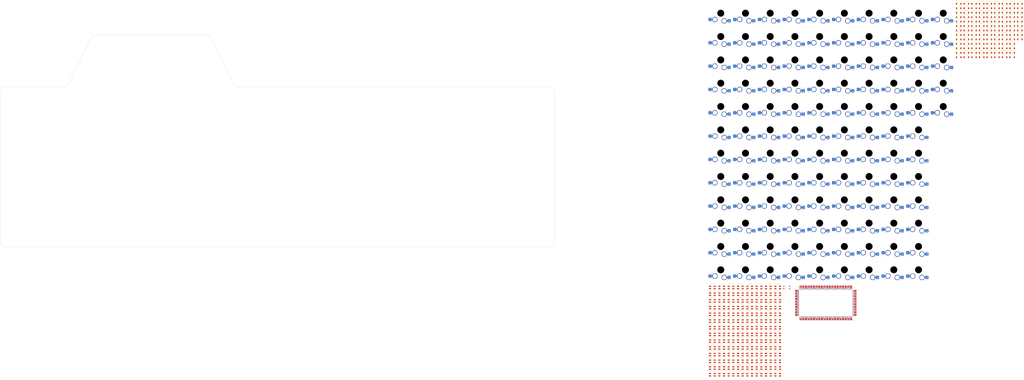
<source format=kicad_pcb>
(kicad_pcb (version 20240108) (generator "pcbnew") (generator_version "8.0")
  (layers (0 "F.Cu" signal) (31 "B.Cu" signal) (34 "B.Paste" user) (35 "F.Paste" user) (36 "B.SilkS" user "B.Silkscreen") (37 "F.SilkS" user "F.Silkscreen") (38 "B.Mask" user) (39 "F.Mask" user) (44 "Edge.Cuts" user))
  (net 0 "")
  (net 1 "Net-(D117-A)")
  (net 2 "Net-(D117-K)")
  (net 3 "Net-(D118-A)")
  (net 4 "Net-(D119-A)")
  (net 5 "Net-(D120-A)")
  (net 6 "Net-(D121-A)")
  (net 7 "Net-(D122-A)")
  (net 8 "Net-(D123-A)")
  (net 9 "Net-(D124-A)")
  (net 10 "Net-(D125-A)")
  (net 11 "Net-(D126-A)")
  (net 12 "Net-(D127-A)")
  (net 13 "Net-(D128-A)")
  (net 14 "Net-(D129-A)")
  (net 15 "Net-(D130-A)")
  (net 16 "Net-(D131-A)")
  (net 17 "Net-(D132-A)")
  (net 18 "Net-(D133-A)")
  (net 19 "Net-(D134-A)")
  (net 20 "Net-(D135-A)")
  (net 21 "Net-(D136-A)")
  (net 22 "Net-(D137-A)")
  (net 23 "Net-(D137-K)")
  (net 24 "Net-(D138-A)")
  (net 25 "Net-(D139-A)")
  (net 26 "Net-(D140-A)")
  (net 27 "Net-(D141-A)")
  (net 28 "Net-(D142-A)")
  (net 29 "Net-(D143-A)")
  (net 30 "Net-(D144-A)")
  (net 31 "Net-(D145-A)")
  (net 32 "Net-(D146-A)")
  (net 33 "Net-(D147-A)")
  (net 34 "Net-(D148-A)")
  (net 35 "Net-(D149-A)")
  (net 36 "Net-(D150-A)")
  (net 37 "Net-(D151-A)")
  (net 38 "Net-(D152-A)")
  (net 39 "Net-(D153-A)")
  (net 40 "Net-(D154-A)")
  (net 41 "Net-(D155-A)")
  (net 42 "Net-(D156-A)")
  (net 43 "Net-(D157-A)")
  (net 44 "Net-(D158-K)")
  (net 45 "Net-(D158-A)")
  (net 46 "Net-(D159-A)")
  (net 47 "Net-(D160-A)")
  (net 48 "Net-(D161-A)")
  (net 49 "Net-(D162-A)")
  (net 50 "Net-(D163-A)")
  (net 51 "Net-(D164-A)")
  (net 52 "Net-(D165-A)")
  (net 53 "Net-(D166-A)")
  (net 54 "Net-(D167-A)")
  (net 55 "Net-(D168-A)")
  (net 56 "Net-(D169-A)")
  (net 57 "Net-(D170-A)")
  (net 58 "Net-(D171-A)")
  (net 59 "Net-(D172-A)")
  (net 60 "Net-(D173-A)")
  (net 61 "Net-(D174-A)")
  (net 62 "Net-(D175-A)")
  (net 63 "Net-(D176-A)")
  (net 64 "Net-(D177-A)")
  (net 65 "Net-(D178-A)")
  (net 66 "Net-(D179-A)")
  (net 67 "Net-(D179-K)")
  (net 68 "Net-(D180-A)")
  (net 69 "Net-(D181-A)")
  (net 70 "Net-(D182-A)")
  (net 71 "Net-(D183-A)")
  (net 72 "Net-(D184-A)")
  (net 73 "Net-(D185-A)")
  (net 74 "Net-(D186-A)")
  (net 75 "Net-(D187-A)")
  (net 76 "Net-(D188-A)")
  (net 77 "Net-(D189-A)")
  (net 78 "Net-(D190-A)")
  (net 79 "Net-(D191-A)")
  (net 80 "Net-(D192-A)")
  (net 81 "Net-(D193-A)")
  (net 82 "Net-(D194-A)")
  (net 83 "Net-(D195-K)")
  (net 84 "Net-(D195-A)")
  (net 85 "Net-(D196-A)")
  (net 86 "Net-(D197-A)")
  (net 87 "Net-(D198-A)")
  (net 88 "Net-(D199-A)")
  (net 89 "Net-(D200-A)")
  (net 90 "Net-(D201-A)")
  (net 91 "Net-(D202-A)")
  (net 92 "Net-(D203-A)")
  (net 93 "Net-(D204-A)")
  (net 94 "Net-(D205-A)")
  (net 95 "Net-(D206-A)")
  (net 96 "Net-(D207-A)")
  (net 97 "Net-(D208-A)")
  (net 98 "Net-(D209-A)")
  (net 99 "Net-(D210-A)")
  (net 100 "Net-(D211-A)")
  (net 101 "Net-(D212-K)")
  (net 102 "Net-(D212-A)")
  (net 103 "Net-(D213-A)")
  (net 104 "Net-(D214-A)")
  (net 105 "Net-(D215-A)")
  (net 106 "Net-(D216-A)")
  (net 107 "Net-(D217-A)")
  (net 108 "Net-(D218-A)")
  (net 109 "Net-(D219-A)")
  (net 110 "Net-(D220-A)")
  (net 111 "Net-(D221-A)")
  (net 112 "Net-(D222-A)")
  (net 113 "Net-(D223-A)")
  (net 114 "Net-(D224-A)")
  (net 115 "Net-(D225-A)")
  (net 116 "Net-(D226-A)")
  (net 117 "Net-(D227-A)")
  (net 118 "Net-(D228-A)")
  (net 119 "Net-(D229-A)")
  (net 120 "Net-(GT1-COL)")
  (net 121 "Net-(GT2-COL)")
  (net 122 "Net-(GT23-COL)")
  (net 123 "Net-(GT24-COL)")
  (net 124 "Net-(GT25-COL)")
  (net 125 "Net-(GT26-COL)")
  (net 126 "Net-(GT100-COL)")
  (net 127 "Net-(GT101-COL)")
  (net 128 "Net-(GT102-COL)")
  (net 129 "Net-(GT10-COL)")
  (net 130 "Net-(GT104-COL)")
  (net 131 "Net-(GT105-COL)")
  (net 132 "Net-(GT106-COL)")
  (net 133 "Net-(GT107-COL)")
  (net 134 "Net-(GT108-COL)")
  (net 135 "Net-(GT109-COL)")
  (net 136 "Net-(GT110-COL)")
  (net 137 "Net-(GT111-COL)")
  (net 138 "Net-(GT112-COL)")
  (net 139 "Net-(GT113-COL)")
  (net 140 "Net-(GT41-COL)")
  (net 141 "Net-(NP1-DOUT)")
  (net 142 "GPIO1")
  (net 143 "+5V")
  (net 144 "GND")
  (net 145 "Net-(NP2-DOUT)")
  (net 146 "Net-(NP3-DOUT)")
  (net 147 "Net-(NP4-DOUT)")
  (net 148 "Net-(NP5-DOUT)")
  (net 149 "Net-(NP6-DOUT)")
  (net 150 "Net-(NP7-DOUT)")
  (net 151 "Net-(NP8-DOUT)")
  (net 152 "Net-(NP10-DIN)")
  (net 153 "Net-(NP10-DOUT)")
  (net 154 "Net-(NP11-DOUT)")
  (net 155 "Net-(NP12-DOUT)")
  (net 156 "Net-(NP13-DOUT)")
  (net 157 "Net-(NP14-DOUT)")
  (net 158 "Net-(NP15-DOUT)")
  (net 159 "Net-(NP16-DOUT)")
  (net 160 "Net-(NP17-DOUT)")
  (net 161 "Net-(NP18-DOUT)")
  (net 162 "Net-(NP19-DOUT)")
  (net 163 "Net-(NP20-DOUT)")
  (net 164 "Net-(NP21-DIN)")
  (net 165 "Net-(NP21-DOUT)")
  (net 166 "Net-(NP22-DIN)")
  (net 167 "Net-(NP23-DIN)")
  (net 168 "Net-(NP24-DIN)")
  (net 169 "Net-(NP25-DIN)")
  (net 170 "Net-(NP26-DIN)")
  (net 171 "Net-(NP27-DIN)")
  (net 172 "Net-(NP28-DIN)")
  (net 173 "Net-(NP29-DIN)")
  (net 174 "Net-(NP30-DIN)")
  (net 175 "Net-(NP31-DIN)")
  (net 176 "Net-(NP32-DIN)")
  (net 177 "Net-(NP33-DIN)")
  (net 178 "Net-(NP34-DIN)")
  (net 179 "Net-(NP35-DIN)")
  (net 180 "Net-(NP36-DIN)")
  (net 181 "Net-(NP37-DIN)")
  (net 182 "Net-(NP38-DIN)")
  (net 183 "Net-(NP39-DIN)")
  (net 184 "Net-(NP40-DIN)")
  (net 185 "Net-(NP42-DOUT)")
  (net 186 "Net-(NP43-DOUT)")
  (net 187 "Net-(NP44-DOUT)")
  (net 188 "Net-(NP45-DOUT)")
  (net 189 "Net-(NP46-DOUT)")
  (net 190 "Net-(NP47-DOUT)")
  (net 191 "Net-(NP48-DOUT)")
  (net 192 "Net-(NP49-DOUT)")
  (net 193 "Net-(NP50-DOUT)")
  (net 194 "Net-(NP51-DOUT)")
  (net 195 "Net-(NP52-DOUT)")
  (net 196 "Net-(NP53-DOUT)")
  (net 197 "Net-(NP54-DOUT)")
  (net 198 "Net-(NP55-DOUT)")
  (net 199 "Net-(NP56-DOUT)")
  (net 200 "Net-(NP57-DOUT)")
  (net 201 "Net-(NP58-DOUT)")
  (net 202 "Net-(NP59-DOUT)")
  (net 203 "Net-(NP60-DOUT)")
  (net 204 "Net-(NP61-DOUT)")
  (net 205 "Net-(NP62-DOUT)")
  (net 206 "Net-(NP63-DIN)")
  (net 207 "Net-(NP63-DOUT)")
  (net 208 "Net-(NP64-DIN)")
  (net 209 "Net-(NP65-DIN)")
  (net 210 "Net-(NP66-DIN)")
  (net 211 "Net-(NP67-DIN)")
  (net 212 "Net-(NP68-DIN)")
  (net 213 "Net-(NP69-DIN)")
  (net 214 "Net-(NP70-DIN)")
  (net 215 "Net-(NP71-DIN)")
  (net 216 "Net-(NP72-DIN)")
  (net 217 "Net-(NP73-DIN)")
  (net 218 "Net-(NP74-DIN)")
  (net 219 "Net-(NP75-DIN)")
  (net 220 "Net-(NP76-DIN)")
  (net 221 "Net-(NP77-DIN)")
  (net 222 "Net-(NP79-DOUT)")
  (net 223 "Net-(NP80-DOUT)")
  (net 224 "Net-(NP81-DOUT)")
  (net 225 "Net-(NP82-DOUT)")
  (net 226 "Net-(NP83-DOUT)")
  (net 227 "Net-(NP84-DOUT)")
  (net 228 "Net-(NP85-DOUT)")
  (net 229 "Net-(NP86-DOUT)")
  (net 230 "Net-(NP87-DOUT)")
  (net 231 "Net-(NP88-DOUT)")
  (net 232 "Net-(NP89-DOUT)")
  (net 233 "Net-(NP90-DOUT)")
  (net 234 "Net-(NP91-DOUT)")
  (net 235 "Net-(NP92-DOUT)")
  (net 236 "Net-(NP93-DOUT)")
  (net 237 "Net-(NP94-DOUT)")
  (net 238 "Net-(NP113-DIN)")
  (net 240 "Net-(NP96-DIN)")
  (net 241 "Net-(NP97-DIN)")
  (net 242 "Net-(NP98-DIN)")
  (net 243 "Net-(NP100-DOUT)")
  (net 244 "Net-(NP100-DIN)")
  (net 245 "Net-(NP101-DIN)")
  (net 246 "Net-(NP102-DIN)")
  (net 247 "Net-(NP103-DIN)")
  (net 248 "Net-(NP104-DIN)")
  (net 249 "Net-(NP105-DIN)")
  (net 250 "Net-(NP106-DIN)")
  (net 251 "Net-(NP107-DIN)")
  (net 252 "Net-(NP108-DIN)")
  (net 253 "Net-(NP109-DIN)")
  (net 254 "Net-(NP110-DIN)")
  (net 255 "Net-(NP111-DIN)")
  (net 256 "Net-(NP112-DIN)")
  (net 257 "GPIO25")
  (net 259 "GPIO22")
  (net 260 "GPIO30")
  (net 261 "RESET")
  (net 262 "GPIO6")
  (net 263 "GPIO34")
  (net 264 "GPIO42")
  (net 265 "GPIO5")
  (net 266 "GPIO23")
  (net 268 "GPIO32")
  (net 269 "GPIO18")
  (net 270 "GPIO19")
  (net 271 "GPIO7")
  (net 272 "GPIO35")
  (net 273 "GPIO26")
  (net 274 "GPIO24")
  (net 275 "GPIO27")
  (net 276 "GPIO2")
  (net 277 "BOOTSEL")
  (net 278 "USB_D-")
  (net 279 "GPIO41")
  (net 280 "GPIO10")
  (net 281 "GPIO3")
  (net 282 "GPIO44")
  (net 283 "GPIO17")
  (net 284 "GPIO4")
  (net 287 "GPIO11")
  (net 288 "GPIO46")
  (net 289 "GPIO20")
  (net 290 "GPIO13")
  (net 292 "GPIO38")
  (net 293 "GPIO9")
  (net 295 "GPIO47")
  (net 296 "GPIO29")
  (net 297 "GPIO8")
  (net 298 "GPIO39")
  (net 299 "GPIO0")
  (net 300 "GPIO37")
  (net 301 "GPIO16")
  (net 302 "GPIO36")
  (net 303 "GPIO14")
  (net 304 "GPIO31")
  (net 305 "USB_D+")
  (net 306 "GPIO28")
  (net 307 "GPIO45")
  (net 308 "GPIO43")
  (net 309 "GPIO15")
  (net 311 "GPIO33")
  (net 312 "GPIO40")
  (net 313 "GPIO12")
  (net 315 "GPIO21")
  (footprint "key-switches:SW_Gateron_LowProfile_HotSwap_PTH" (layer "F.Cu") (at 742.17 165.74)
    (property "Reference" "GT93" (hide yes))
    (property "Value" "Gateron-HotSwap" (hide yes))
  )
  (footprint "key-switches:SW_Gateron_LowProfile_HotSwap_PTH" (layer "F.Cu") (at 630.57 60.44)
    (property "Reference" "GT15" (hide yes))
    (property "Value" "Gateron-HotSwap" (hide yes))
  )
  (footprint "key-switches:SW_Gateron_LowProfile_HotSwap_PTH" (layer "F.Cu") (at 649.17 218.39)
    (property "Reference" "GT36" (hide yes))
    (property "Value" "Gateron-HotSwap" (hide yes))
  )
  (footprint "key-switches:SW_Gateron_LowProfile_HotSwap_PTH" (layer "F.Cu") (at 760.77 60.44)
    (property "Reference" "GT99" (hide yes))
    (property "Value" "Gateron-HotSwap" (hide yes))
  )
  (footprint "random-keyboard-parts:D_SOD-123-Pretty" (layer "F.Cu") (at 796.77 34.99)
    (property "Reference" "D135")
    (property "Value" "D_Small")
  )
  (footprint "random-keyboard-parts:D_SOD-123-Pretty" (layer "F.Cu") (at 791.02 21.59)
    (property "Reference" "D118")
    (property "Value" "D_Small")
  )
  (footprint "key-switches:SW_Gateron_LowProfile_HotSwap_PTH" (layer "F.Cu") (at 742.17 113.09)
    (property "Reference" "GT90" (hide yes))
    (property "Value" "Gateron-HotSwap" (hide yes))
  )
  (footprint "key-switches:SW_Gateron_LowProfile_HotSwap_PTH" (layer "F.Cu") (at 779.37 95.54)
    (property "Reference" "GT113" (hide yes))
    (property "Value" "Gateron-HotSwap" (hide yes))
  )
  (footprint "LED_SMD:LED_SK6812MINI_PLCC4_3.5x3.5mm_P1.75mm" (layer "F.Cu") (at 612.675 261.99)
    (property "Reference" "NP21")
    (property "Value" "SK6812MINI")
  )
  (footprint "key-switches:SW_Gateron_LowProfile_HotSwap_PTH" (layer "F.Cu") (at 723.57 113.09)
    (property "Reference" "GT78" (hide yes))
    (property "Value" "Gateron-HotSwap" (hide yes))
  )
  (footprint "LED_SMD:LED_SK6812MINI_PLCC4_3.5x3.5mm_P1.75mm" (layer "F.Cu") (at 654.795 292.29)
    (property "Reference" "NP112")
    (property "Value" "SK6812MINI")
  )
  (footprint "random-keyboard-parts:D_SOD-123-Pretty" (layer "F.Cu") (at 791.02 48.39)
    (property "Reference" "D126")
    (property "Value" "D_Small")
  )
  (footprint "key-switches:SW_Gateron_LowProfile_HotSwap_PTH" (layer "F.Cu") (at 611.97 148.19)
    (property "Reference" "GT8" (hide yes))
    (property "Value" "Gateron-HotSwap" (hide yes))
  )
  (footprint "random-keyboard-parts:D_SOD-123-Pretty" (layer "F.Cu") (at 837.02 28.29)
    (property "Reference" "D224")
    (property "Value" "D_Small")
  )
  (footprint "random-keyboard-parts:D_SOD-123-Pretty" (layer "F.Cu") (at 802.52 24.94)
    (property "Reference" "D145")
    (property "Value" "D_Small")
  )
  (footprint "key-switches:SW_Gateron_LowProfile_HotSwap_PTH" (layer "F.Cu") (at 742.17 77.99)
    (property "Reference" "GT88" (hide yes))
    (property "Value" "Gateron-HotSwap" (hide yes))
  )
  (footprint "LED_SMD:LED_SK6812MINI_PLCC4_3.5x3.5mm_P1.75mm" (layer "F.Cu") (at 619.695 267.04)
    (property "Reference" "NP36")
    (property "Value" "SK6812MINI")
  )
  (footprint "key-switches:SW_Gateron_LowProfile_HotSwap_PTH" (layer "F.Cu") (at 667.77 200.84)
    (property "Reference" "GT47" (hide yes))
    (property "Value" "Gateron-HotSwap" (hide yes))
  )
  (footprint "key-switches:SW_Gateron_LowProfile_HotSwap_PTH" (layer "F.Cu") (at 723.57 130.64)
    (property "Reference" "GT79" (hide yes))
    (property "Value" "Gateron-HotSwap" (hide yes))
  )
  (footprint "key-switches:SW_Gateron_LowProfile_HotSwap_PTH" (layer "F.Cu") (at 630.57 148.19)
    (property "Reference" "GT20" (hide yes))
    (property "Value" "Gateron-HotSwap" (hide yes))
  )
  (footprint "LED_SMD:LED_SK6812MINI_PLCC4_3.5x3.5mm_P1.75mm" (layer "F.Cu") (at 633.735 287.24)
    (property "Reference" "NP68")
    (property "Value" "SK6812MINI")
  )
  (footprint "random-keyboard-parts:D_SOD-123-Pretty" (layer "F.Cu") (at 831.27 38.34)
    (property "Reference" "D214")
    (property "Value" "D_Small")
  )
  (footprint "LED_SMD:LED_SK6812MINI_PLCC4_3.5x3.5mm_P1.75mm" (layer "F.Cu") (at 633.735 292.29)
    (property "Reference" "NP69")
    (property "Value" "SK6812MINI")
  )
  (footprint "random-keyboard-parts:D_SOD-123-Pretty" (layer "F.Cu") (at 802.52 18.24)
    (property "Reference" "D143")
    (property "Value" "D_Small")
  )
  (footprint "key-switches:SW_Gateron_LowProfile_HotSwap_PTH" (layer "F.Cu") (at 742.17 95.54)
    (property "Reference" "GT89" (hide yes))
    (property "Value" "Gateron-HotSwap" (hide yes))
  )
  (footprint "random-keyboard-parts:D_SOD-123-Pretty" (layer "F.Cu") (at 808.27 31.64)
    (property "Reference" "D160")
    (property "Value" "D_Small")
  )
  (footprint "LED_SMD:LED_SK6812MINI_PLCC4_3.5x3.5mm_P1.75mm" (layer "F.Cu") (at 633.735 277.14)
    (property "Reference" "NP66")
    (property "Value" "SK6812MINI")
  )
  (footprint "random-keyboard-parts:D_SOD-123-Pretty" (layer "F.Cu") (at 831.27 18.24)
    (property "Reference" "D208")
    (property "Value" "D_Small")
  )
  (footprint "LED_SMD:LED_SK6812MINI_PLCC4_3.5x3.5mm_P1.75mm" (layer "F.Cu") (at 633.735 272.09)
    (property "Reference" "NP65")
    (property "Value" "SK6812MINI")
  )
  (footprint "key-switches:SW_Gateron_LowProfile_HotSwap_PTH" (layer "F.Cu") (at 723.57 165.74)
    (property "Reference" "GT81" (hide yes))
    (property "Value" "Gateron-HotSwap" (hide yes))
  )
  (footprint "key-switches:SW_Gateron_LowProfile_HotSwap_PTH" (layer "F.Cu") (at 611.97 113.09)
    (property "Reference" "GT6" (hide yes))
    (property "Value" "Gateron-HotSwap" (hide yes))
  )
  (footprint "LED_SMD:LED_SK6812MINI_PLCC4_3.5x3.5mm_P1.75mm" (layer "F.Cu") (at 654.795 241.79)
    (property "Reference" "NP101")
    (property "Value" "SK6812MINI")
  )
  (footprint "key-switches:SW_Gateron_LowProfile_HotSwap_PTH" (layer "F.Cu") (at 742.17 218.39)
    (property "Reference" "GT96" (hide yes))
    (property "Value" "Gateron-HotSwap" (hide yes))
  )
  (footprint "random-keyboard-parts:D_SOD-123-Pretty" (layer "F.Cu") (at 825.52 51.74)
    (property "Reference" "D205")
    (property "Value" "D_Small")
  )
  (footprint "random-keyboard-parts:D_SOD-123-Pretty" (layer "F.Cu") (at 796.77 45.04)
    (property "Reference" "D138")
    (property "Value" "D_Small")
  )
  (footprint "LED_SMD:LED_SK6812MINI_PLCC4_3.5x3.5mm_P1.75mm" (layer "F.Cu") (at 619.695 282.19)
    (property "Reference" "NP39")
    (property "Value" "SK6812MINI")
  )
  (footprint "LED_SMD:LED_SK6812MINI_PLCC4_3.5x3.5mm_P1.75mm" (layer "F.Cu") (at 654.795 256.94)
    (property "Reference" "NP104")
    (property "Value" "SK6812MINI")
  )
  (footprint "LED_SMD:LED_SK6812MINI_PLCC4_3.5x3.5mm_P1.75mm" (layer "F.Cu") (at 605.655 231.69)
    (property "Reference" "NP1")
    (property "Value" "SK6812MINI")
  )
  (footprint "random-keyboard-parts:D_SOD-123-Pretty" (layer "F.Cu") (at 808.27 58.44)
    (property "Reference" "D168")
    (property "Value" "D_Small")
  )
  (footprint "random-keyboard-parts:D_SOD-123-Pretty" (layer "F.Cu") (at 814.02 51.74)
    (property "Reference" "D179")
    (property "Value" "D_Small")
  )
  (footprint "random-keyboard-parts:D_SOD-123-Pretty" (layer "F.Cu") (at 831.27 24.94)
    (property "Reference" "D210")
    (property "Value" "D_Small")
  )
  (footprint "key-switches:SW_Gateron_LowProfile_HotSwap_PTH" (layer "F.Cu") (at 667.77 25.34)
    (property "Reference" "GT37" (hide yes))
    (property "Value" "Gateron-HotSwap" (hide yes))
  )
  (footprint "key-switches:SW_Gateron_LowProfile_HotSwap_PTH" (layer "F.Cu") (at 649.17 148.19)
    (property "Reference" "GT32" (hide yes))
    (property "Value" "Gateron-HotSwap" (hide yes))
  )
  (footprint "LED_SMD:LED_SK6812MINI_PLCC4_3.5x3.5mm_P1.75mm" (layer "F.Cu") (at 605.655 292.29)
    (property "Reference" "NP13")
    (property "Value" "SK6812MINI")
  )
  (footprint "LED_SMD:LED_SK6812MINI_PLCC4_3.5x3.5mm_P1.75mm" (layer "F.Cu") (at 654.795 267.04)
    (property "Reference" "NP106")
    (property "Value" "SK6812MINI")
  )
  (footprint "LED_SMD:LED_SK6812MINI_PLCC4_3.5x3.5mm_P1.75mm" (layer "F.Cu") (at 619.695 297.34)
    (property "Reference" "NP42")
    (property "Value" "SK6812MINI")
  )
  (footprint "random-keyboard-parts:D_SOD-123-Pretty" (layer "F.Cu") (at 796.77 58.44)
    (property "Reference" "D142")
    (property "Value" "D_Small")
  )
  (footprint "LED_SMD:LED_SK6812MINI_PLCC4_3.5x3.5mm_P1.75mm" (layer "F.Cu") (at 619.695 246.84)
    (property "Reference" "NP32")
    (property "Value" "SK6812MINI")
  )
  (footprint "key-switches:SW_Gateron_LowProfile_HotSwap_PTH" (layer "F.Cu") (at 686.37 183.29)
    (property "Reference" "GT58" (hide yes))
    (property "Value" "Gateron-HotSwap" (hide yes))
  )
  (footprint "random-keyboard-parts:D_SOD-123-Pretty" (layer "F.Cu") (at 825.52 21.59)
    (property "Reference" "D196")
    (property "Value" "D_Small")
  )
  (footprint "key-switches:SW_Gateron_LowProfile_HotSwap_PTH" (layer "F.Cu") (at 742.17 130.64)
    (property "Reference" "GT91" (hide yes))
    (property "Value" "Gateron-HotSwap" (hide yes))
  )
  (footprint "random-keyboard-parts:D_SOD-123-Pretty" (layer "F.Cu") (at 802.52 58.44)
    (property "Reference" "D155")
    (property "Value" "D_Small")
  )
  (footprint "key-switches:SW_Gateron_LowProfile_HotSwap_PTH" (layer "F.Cu") (at 760.77 42.89)
    (property "Reference" "GT98" (hide yes))
    (property "Value" "Gateron-HotSwap" (hide yes))
  )
  (footprint "LED_SMD:LED_SK6812MINI_PLCC4_3.5x3.5mm_P1.75mm" (layer "F.Cu") (at 619.695 241.79)
    (property "Reference" "NP31")
    (property "Value" "SK6812MINI")
  )
  (footprint "key-switches:SW_Gateron_LowProfile_HotSwap_PTH" (layer "F.Cu") (at 704.97 113.09)
    (property "Reference" "GT66" (hide yes))
    (property "Value" "Gateron-HotSwap" (hide yes))
  )
  (footprint "key-switches:SW_Gateron_LowProfile_HotSwap_PTH" (layer "F.Cu") (at 760.77 200.84)
    (property "Reference" "GT107" (hide yes))
    (property "Value" "Gateron-HotSwap" (hide yes))
  )
  (footprint "key-switches:SW_Gateron_LowProfile_HotSwap_PTH" (layer "F.Cu") (at 630.57 42.89)
    (property "Reference" "GT14" (hide yes))
    (property "Value" "Gateron-HotSwap" (hide yes))
  )
  (footprint "key-switches:SW_Gateron_LowProfile_HotSwap_PTH" (layer "F.Cu") (at 611.97 42.89)
    (property "Reference" "GT2" (hide yes))
    (property "Value" "Gateron-HotSwap" (hide yes))
  )
  (footprint "key-switches:SW_Gateron_LowProfile_HotSwap_PTH" (layer "F.Cu") (at 630.57 165.74)
    (property "Reference" "GT21" (hide yes))
    (property "Value" "Gateron-HotSwap" (hide yes))
  )
  (footprint "LED_SMD:LED_SK6812MINI_PLCC4_3.5x3.5mm_P1.75mm" (layer "F.Cu") (at 633.735 267.04)
    (property "Reference" "NP64")
    (property "Value" "SK6812MINI")
  )
  (footprint "random-keyboard-parts:D_SOD-123-Pretty" (layer "F.Cu") (at 802.52 34.99)
    (property "Reference" "D148")
    (property "Value" "D_Small")
  )
  (footprint "key-switches:SW_Gateron_LowProfile_HotSwap_PTH" (layer "F.Cu") (at 704.97 42.89)
    (property "Reference" "GT62" (hide yes))
    (property "Value" "Gateron-HotSwap" (hide yes))
  )
  (footprint "LED_SMD:LED_SK6812MINI_PLCC4_3.5x3.5mm_P1.75mm" (layer "F.Cu") (at 654.795 251.89)
    (property "Reference" "NP103")
    (property "Value" "SK6812MINI")
  )
  (footprint "random-keyboard-parts:D_SOD-123-Pretty" (layer "F.Cu") (at 791.02 58.44)
    (property "Reference" "D129")
    (property "Value" "D_Small")
  )
  (footprint "LED_SMD:LED_SK6812MINI_PLCC4_3.5x3.5mm_P1.75mm" (layer "F.Cu") (at 654.795 277.14)
    (property "Reference" "NP109")
    (property "Value" "SK6812MINI")
  )
  (footprint "LED_SMD:LED_SK6812MINI_PLCC4_3.5x3.5mm_P1.75mm" (layer "F.Cu") (at 605.655 287.24)
    (property "Reference" "NP12")
    (property "Value" "SK6812MINI")
  )
  (footprint "LED_SMD:LED_SK6812MINI_PLCC4_3.5x3.5mm_P1.75mm" (layer "F.Cu") (at 612.675 236.74)
    (property "Reference" "NP16")
    (property "Value" "SK6812MINI")
  )
  (footprint "key-switches:SW_Gateron_LowProfile_HotSwap_PTH" (layer "F.Cu") (at 611.97 130.64)
    (property "Reference" "GT7" (hide yes))
    (property "Value" "Gateron-HotSwap" (hide yes))
  )
  (footprint "key-switches:SW_Gateron_LowProfile_HotSwap_PTH" (layer "F.Cu") (at 704.97 77.99)
    (property "Reference" "GT64" (hide yes))
    (property "Value" "Gateron-HotSwap" (hide yes))
  )
  (footprint "LED_SMD:LED_SK6812MINI_PLCC4_3.5x3.5mm_P1.75mm" (layer "F.Cu") (at 605.655 277.14)
    (property "Reference" "NP10")
    (property "Value" "SK6812MINI")
  )
  (footprint "key-switches:SW_Gateron_LowProfile_HotSwap_PTH" (layer "F.Cu") (at 723.57 200.84)
    (property "Reference" "GT83" (hide yes))
    (property "Value" "Gateron-HotSwap" (hide yes))
  )
  (footprint "LED_SMD:LED_SK6812MINI_PLCC4_3.5x3.5mm_P1.75mm" (layer "F.Cu") (at 619.695 277.14)
    (property "Reference" "NP38")
    (property "Value" "SK6812MINI")
  )
  (footprint "random-keyboard-parts:D_SOD-123-Pretty" (layer "F.Cu") (at 831.27 55.09)
    (property "Reference" "D219")
    (property "Value" "D_Small")
  )
  (footprint "LED_SMD:LED_SK6812MINI_PLCC4_3.5x3.5mm_P1.75mm" (layer "F.Cu") (at 626.715 272.09)
    (property "Reference" "NP51")
    (property "Value" "SK6812MINI")
  )
  (footprint "key-switches:SW_Gateron_LowProfile_HotSwap_PTH" (layer "F.Cu") (at 704.97 165.74)
    (property "Reference" "GT69" (hide yes))
    (property "Value" "Gateron-HotSwap" (hide yes))
  )
  (footprint "random-keyboard-parts:D_SOD-123-Pretty" (layer "F.Cu") (at 837.02 38.34)
    (property "Reference" "D227")
    (property "Value" "D_Small")
  )
  (footprint "LED_SMD:LED_SK6812MINI_PLCC4_3.5x3.5mm_P1.75mm" (layer "F.Cu") (at 605.655 241.79)
    (property "Reference" "NP3")
    (property "Value" "SK6812MINI")
  )
  (footprint "LED_SMD:LED_SK6812MINI_PLCC4_3.5x3.5mm_P1.75mm" (layer "F.Cu") (at 640.755 297.34)
    (property "Reference" "NP84")
    (property "Value" "SK6812MINI")
  )
  (footprint "random-keyboard-parts:D_SOD-123-Pretty" (layer "F.Cu") (at 814.02 21.59)
    (property "Reference" "D170")
    (property "Value" "D_Small")
  )
  (footprint "random-keyboard-parts:D_SOD-123-Pretty" (layer "F.Cu") (at 791.02 34.99)
    (property "Reference" "D122")
    (property "Value" "D_Small")
  )
  (footprint "my-footprints:LED_SK6812MINI_E" (layer "F.Cu") (at 661.63 231.69)
    (property "Reference" "NP108" (hide yes))
    (property "Value" "SK6812MINI")
  )
  (footprint "LED_SMD:LED_SK6812MINI_PLCC4_3.5x3.5mm_P1.75mm" (layer "F.Cu") (at 626.715 292.29)
    (property "Reference" "NP55")
    (property "Value" "SK6812MINI")
  )
  (footprint "random-keyboard-parts:D_SOD-123-Pretty" (layer "F.Cu") (at 808.27 24.94)
    (property "Reference" "D158")
    (property "Value" "D_Small")
  )
  (footprint "LED_SMD:LED_SK6812MINI_PLCC4_3.5x3.5mm_P1.75mm" (layer "F.Cu") (at 647.775 287.24)
    (property "Reference" "NP96")
    (property "Value" "SK6812MINI")
  )
  (footprint "LED_SMD:LED_SK6812MINI_PLCC4_3.5x3.5mm_P1.75mm" (layer "F.Cu") (at 633.735 261.99)
    (property "Reference" "NP63")
    (property "Value" "SK6812MINI")
  )
  (footprint "random-keyboard-parts:D_SOD-123-Pretty" (layer "F.Cu") (at 819.77 31.64)
    (property "Reference" "D186")
    (property "Value" "D_Small")
  )
  (footprint "LED_SMD:LED_SK6812MINI_PLCC4_3.5x3.5mm_P1.75mm" (layer "F.Cu") (at 640.755 251.89)
    (property "Reference" "NP75")
    (property "Value" "SK6812MINI")
  )
  (footprint "LED_SMD:LED_SK6812MINI_PLCC4_3.5x3.5mm_P1.75mm" (layer "F.Cu") (at 654.795 236.74)
    (property "Reference" "NP100")
    (property "Value" "SK6812MINI")
  )
  (footprint "LED_SMD:LED_SK6812MINI_PLCC4_3.5x3.5mm_P1.75mm" (layer "F.Cu") (at 626.715 246.84)
    (property "Reference" "NP46")
    (property "Value" "SK6812MINI")
  )
  (footprint "random-keyboard-parts:D_SOD-123-Pretty" (layer "F.Cu") (at 802.52 38.34)
    (property "Reference" "D149")
    (property "Value" "D_Small")
  )
  (footprint "LED_SMD:LED_SK6812MINI_PLCC4_3.5x3.5mm_P1.75mm" (layer "F.Cu") (at 647.775 282.19)
    (property "Reference" "NP95")
    (property "Value" "SK6812MINI")
  )
  (footprint "LED_SMD:LED_SK6812MINI_PLCC4_3.5x3.5mm_P1.75mm" (layer "F.Cu") (at 612.675 241.79)
    (property "Reference" "NP17")
    (property "Value" "SK6812MINI")
  )
  (footprint "key-switches:SW_Gateron_LowProfile_HotSwap_PTH" (layer "F.Cu") (at 760.77 165.74)
    (property "Reference" "GT105" (hide yes))
    (property "Value" "Gateron-HotSwap" (hide yes))
  )
  (footprint "LED_SMD:LED_SK6812MINI_PLCC4_3.5x3.5mm_P1.75mm" (layer "F.Cu") (at 626.715 297.34)
    (property "Reference" "NP56")
    (property "Value" "SK6812MINI")
  )
  (footprint "random-keyboard-parts:D_SOD-123-Pretty" (layer "F.Cu") (at 796.77 21.59)
    (property "Reference" "D131")
    (property "Value" "D_Small")
  )
  (footprint "key-switches:SW_Gateron_LowProfile_HotSwap_PTH" (layer "F.Cu") (at 611.97 200.84)
    (property "Reference" "GT11" (hide yes))
    (property "Value" "Gateron-HotSwap" (hide yes))
  )
  (footprint "LED_SMD:LED_SK6812MINI_PLCC4_3.5x3.5mm_P1.75mm" (layer "F.Cu") (at 612.675 292.29)
    (property "Reference" "NP27")
    (property "Value" "SK6812MINI")
  )
  (footprint "key-switches:SW_Gateron_LowProfile_HotSwap_PTH" (layer "F.Cu") (at 779.37 42.89)
    (property "Reference" "GT110" (hide yes))
    (property "Value" "Gateron-HotSwap" (hide yes))
  )
  (footprint "random-keyboard-parts:D_SOD-123-Pretty" (layer "F.Cu") (at 796.77 55.09)
    (property "Reference" "D141")
    (property "Value" "D_Small")
  )
  (footprint "random-keyboard-parts:D_SOD-123-Pretty" (layer "F.Cu") (at 808.27 55.09)
    (property "Reference" "D167")
    (property "Value" "D_Small")
  )
  (footprint "LED_SMD:LED_SK6812MINI_PLCC4_3.5x3.5mm_P1.75mm" (layer "F.Cu") (at 605.655 282.19)
    (property "Reference" "NP11")
    (property "Value" "SK6812MINI")
  )
  (footprint "random-keyboard-parts:D_SOD-123-Pretty" (layer "F.Cu") (at 808.27 34.99)
    (property "Reference" "D161")
    (property "Value" "D_Small")
  )
  (footprint "random-keyboard-parts:D_SOD-123-Pretty" (layer "F.Cu") (at 831.27 34.99)
    (property "Reference" "D213")
    (property "Value" "D_Small")
  )
  (footprint "key-switches:SW_Gateron_LowProfile_HotSwap_PTH" (layer "F.Cu") (at 760.77 218.39)
    (property "Reference" "GT108" (hide yes))
    (property "Value" "Gateron-HotSwap" (hide yes))
  )
  (footprint "key-switches:SW_Gateron_LowProfile_HotSwap_PTH" (layer "F.Cu") (at 760.77 77.99)
    (property "Reference" "GT100" (hide yes))
    (property "Value" "Gateron-HotSwap" (hide yes))
  )
  (footprint "LED_SMD:LED_SK6812MINI_PLCC4_3.5x3.5mm_P1.75mm" (layer "F.Cu") (at 626.715 267.04)
    (property "Reference" "NP50")
    (property "Value" "SK6812MINI")
  )
  (footprint "LED_SMD:LED_SK6812MINI_PLCC4_3.5x3.5mm_P1.75mm" (layer "F.Cu") (at 619.695 256.94)
    (property "Reference" "NP34")
    (property "Value" "SK6812MINI")
  )
  (footprint "key-switches:SW_Gateron_LowProfile_HotSwap_PTH" (layer "F.Cu") (at 649.17 165.74)
    (property "Reference" "GT33" (hide yes))
    (property "Value" "Gateron-HotSwap" (hide yes))
  )
  (footprint "LED_SMD:LED_SK6812MINI_PLCC4_3.5x3.5mm_P1.75mm" (layer "F.Cu") (at 654.795 246.84)
    (property "Reference" "NP102")
    (property "Value" "SK6812MINI")
  )
  (footprint "LED_SMD:LED_SK6812MINI_PLCC4_3.5x3.5mm_P1.75mm" (layer "F.Cu") (at 626.715 251.89)
    (property "Reference" "NP47")
    (property "Value" "SK6812MINI")
  )
  (footprint "key-switches:SW_Gateron_LowProfile_HotSwap_PTH" (layer "F.Cu") (at 611.97 218.39)
    (property "Reference" "GT12" (hide yes))
    (property "Value" "Gateron-HotSwap" (hide yes))
  )
  (footprint "LED_SMD:LED_SK6812MINI_PLCC4_3.5x3.5mm_P1.75mm" (layer "F.Cu") (at 605.655 272.09)
    (property "Reference" "NP9")
    (property "Value" "SK6812MINI")
  )
  (footprint "random-keyboard-parts:D_SOD-123-Pretty" (layer "F.Cu") (at 825.52 48.39)
    (property "Reference" "D204")
    (property "Value" "D_Small")
  )
  (footprint "LED_SMD:LED_SK6812MINI_PLCC4_3.5x3.5mm_P1.75mm" (layer "F.Cu") (at 612.675 297.34)
    (property "Reference" "NP28")
    (property "Value" "SK6812MINI")
  )
  (footprint "LED_SMD:LED_SK6812MINI_PLCC4_3.5x3.5mm_P1.75mm" (layer "F.Cu") (at 647.775 267.04)
    (property "Reference" "NP92")
    (property "Value" "SK6812MINI")
  )
  (footprint "LED_SMD:LED_SK6812MINI_PLCC4_3.5x3.5mm_P1.75mm" (layer "F.Cu") (at 640.755 256.94)
    (property "Reference" "NP76")
    (property "Value" "SK6812MINI")
  )
  (footprint "key-switches:SW_Gateron_LowProfile_HotSwap_PTH" (layer "F.Cu") (at 742.17 183.29)
    (property "Reference" "GT94" (hide yes))
    (property "Value" "Gateron-HotSwap" (hide yes))
  )
  (footprint "random-keyboard-parts:D_SOD-123-Pretty" (layer "F.Cu") (at 796.77 18.24)
    (property "Reference" "D130")
    (property "Value" "D_Small")
  )
  (footprint "random-keyboard-parts:D_SOD-123-Pretty" (layer "F.Cu") (at 825.52 18.24)
    (property "Reference" "D195")
    (property "Value" "D_Small")
  )
  (footprint "random-keyboard-parts:D_SOD-123-Pretty" (layer "F.Cu") (at 819.77 48.39)
    (property "Reference" "D191")
    (property "Value" "D_Small")
  )
  (footprint "random-keyboard-parts:D_SOD-123-Pretty" (layer "F.Cu") (at 808.27 48.39)
    (property "Reference" "D165")
    (property "Value" "D_Small")
  )
  (footprint "random-keyboard-parts:D_SOD-123-Pretty" (layer "F.Cu") (at 796.77 51.74)
    (property "Reference" "D140")
    (property "Value" "D_Small")
  )
  (footprint "random-keyboard-parts:D_SOD-123-Pretty" (layer "F.Cu") (at 814.02 18.24)
    (property "Reference" "D169")
    (property "Value" "D_Small")
  )
  (footprint "LED_SMD:LED_SK6812MINI_PLCC4_3.5x3.5mm_P1.75mm" (layer "F.Cu") (at 640.755 261.99)
    (property "Reference" "NP77")
    (property "Value" "SK6812MINI")
  )
  (footprint "random-keyboard-parts:D_SOD-123-Pretty" (layer "F.Cu") (at 819.77 38.34)
    (property "Reference" "D188")
    (property "Value" "D_Small")
  )
  (footprint "random-keyboard-parts:D_SOD-123-Pretty" (layer "F.Cu") (at 791.02 18.24)
    (property "Reference" "D117")
    (property "Value" "D_Small")
  )
  (footprint "LED_SMD:LED_SK6812MINI_PLCC4_3.5x3.5mm_P1.75mm" (layer "F.Cu") (at 605.655 267.04)
    (property "Reference" "NP8")
    (property "Value" "SK6812MINI")
  )
  (footprint "LED_SMD:LED_SK6812MINI_PLCC4_3.5x3.5mm_P1.75mm" (layer "F.Cu") (at 640.755 241.79)
    (property "Reference" "NP73")
    (property "Value" "SK6812MINI")
  )
  (footprint "LED_SMD:LED_SK6812MINI_PLCC4_3.5x3.5mm_P1.75mm" (layer "F.Cu") (at 626.715 241.79)
    (property "Reference" "NP45")
    (property "Value" "SK6812MINI")
  )
  (footprint "key-switches:SW_Gateron_LowProfile_HotSwap_PTH" (layer "F.Cu") (at 704.97 183.29)
    (property "Reference" "GT70" (hide yes))
    (property "Value" "Gateron-HotSwap" (hide yes))
  )
  (footprint "random-keyboard-parts:D_SOD-123-Pretty" (layer "F.Cu") (at 814.02 45.04)
    (property "Reference" "D177")
    (property "Value" "D_Small")
  )
  (footprint "LED_SMD:LED_SK6812MINI_PLCC4_3.5x3.5mm_P1.75mm" (layer "F.Cu") (at 633.735 236.74)
    (property "Reference" "NP58")
    (property "Value" "SK6812MINI")
  )
  (footprint "key-switches:SW_Gateron_LowProfile_HotSwap_PTH" (layer "F.Cu") (at 649.17 183.29)
    (property "Reference" "GT34" (hide yes))
    (property "Value" "Gateron-HotSwap" (hide yes))
  )
  (footprint "LED_SMD:LED_SK6812MINI_PLCC4_3.5x3.5mm_P1.75mm" (layer "F.Cu") (at 647.775 292.29)
    (property "Reference" "NP97")
    (property "Value" "SK6812MINI")
  )
  (footprint "LED_SMD:LED_SK6812MINI_PLCC4_3.5x3.5mm_P1.75mm" (layer "F.Cu") (at 633.735 256.94)
    (property "Reference" "NP62")
    (property "Value" "SK6812MINI")
  )
  (footprint "LED_SMD:LED_SK6812MINI_PLCC4_3.5x3.5mm_P1.75mm" (layer "F.Cu") (at 626.715 261.99)
    (property "Reference" "NP49")
    (property "Value" "SK6812MINI")
  )
  (footprint "key-switches:SW_Gateron_LowProfile_HotSwap_PTH" (layer "F.Cu") (at 742.17 25.34)
    (property "Reference" "GT85" (hide yes))
    (property "Value" "Gateron-HotSwap" (hide yes))
  )
  (footprint "LED_SMD:LED_SK6812MINI_PLCC4_3.5x3.5mm_P1.75mm" (layer "F.Cu") (at 640.755 267.04)
    (property "Reference" "NP78")
    (property "Value" "SK6812MINI")
  )
  (footprint "LED_SMD:LED_SK6812MINI_PLCC4_3.5x3.5mm_P1.75mm" (layer "F.Cu") (at 605.655 297.34)
    (property "Reference" "NP14")
    (property "Value" "SK6812MINI")
  )
  (footprint "LED_SMD:LED_SK6812MINI_PLCC4_3.5x3.5mm_P1.75mm" (layer "F.Cu") (at 612.675 231.69)
    (property "Reference" "NP15")
    (property "Value" "SK6812MINI")
  )
  (footprint "LED_SMD:LED_SK6812MINI_PLCC4_3.5x3.5mm_P1.75mm" (layer "F.Cu") (at 647.775 236.74)
    (property "Reference" "NP86")
    (property "Value" "SK6812MINI")
  )
  (footprint "key-switches:SW_Gateron_LowProfile_HotSwap_PTH" (layer "F.Cu") (at 686.37 165.74)
    (property "Reference" "GT57" (hide yes))
    (property "Value" "Gateron-HotSwap" (hide yes))
  )
  (footprint "key-switches:SW_Gateron_LowProfile_HotSwap_PTH" (layer "F.Cu") (at 649.17 95.54)
    (property "Reference" "GT29" (hide yes))
    (property "Value" "Gateron-HotSwap" (hide yes))
  )
  (footprint "key-switches:SW_Gateron_LowProfile_HotSwap_PTH" (layer "F.Cu") (at 649.17 113.09)
    (property "Reference" "GT30" (hide yes))
    (property "Value" "Gateron-HotSwap" (hide yes))
  )
  (footprint "LED_SMD:LED_SK6812MINI_PLCC4_3.5x3.5mm_P1.75mm" (layer "F.Cu") (at 612.675 267.04)
    (property "Reference" "NP22")
    (property "Value" "SK6812MINI")
  )
  (footprint "key-switches:SW_Gateron_LowProfile_HotSwap_PTH" (layer "F.Cu") (at 742.17 200.84)
    (property "Reference" "GT95" (hide yes))
    (property "Value" "Gateron-HotSwap" (hide yes))
  )
  (footprint "random-keyboard-parts:D_SOD-123-Pretty" (layer "F.Cu") (at 831.27 48.39)
    (property "Reference" "D217")
    (property "Value" "D_Small")
  )
  (footprint "random-keyboard-parts:D_SOD-123-Pretty" (layer "F.Cu") (at 791.02 31.64)
    (property "Reference" "D121")
    (property "Value" "D_Small")
  )
  (footprint "random-keyboard-parts:D_SOD-123-Pretty" (layer "F.Cu") (at 791.02 38.34)
    (property "Reference" "D123")
    (property "Value" "D_Small")
  )
  (footprint "random-keyboard-parts:D_SOD-123-Pretty" (layer "F.Cu") (at 819.77 55.09)
    (property "Reference" "D193")
    (property "Value" "D_Small")
  )
  (footprint "LED_SMD:LED_SK6812MINI_PLCC4_3.5x3.5mm_P1.75mm" (layer "F.Cu") (at 612.675 282.19)
    (property "Reference" "NP25")
    (property "Value" "SK6812MINI")
  )
  (footprint "LED_SMD:LED_SK6812MINI_PLCC4_3.5x3.5mm_P1.75mm" (layer "F.Cu") (at 619.695 287.24)
    (property "Reference" "NP40")
    (property "Value" "SK6812MINI")
  )
  (footprint "LED_SMD:LED_SK6812MINI_PLCC4_3.5x3.5mm_P1.75mm" (layer "F.Cu") (at 640.755 277.14)
    (property "Reference" "NP80")
    (property "Value" "SK6812MINI")
  )
  (footprint "key-switches:SW_Gateron_LowProfile_HotSwap_PTH" (layer "F.Cu") (at 723.57 60.44)
    (property "Reference" "GT75" (hide yes))
    (property "Value" "Gateron-HotSwap" (hide yes))
  )
  (footprint "key-switches:SW_Gateron_LowProfile_HotSwap_PTH" (layer "F.Cu") (at 649.17 130.64)
    (property "Reference" "GT31" (hide yes))
    (property "Value" "Gateron-HotSwap" (hide yes))
  )
  (footprint "random-keyboard-parts:D_SOD-123-Pretty" (layer "F.Cu") (at 796.77 24.94)
    (property "Reference" "D132")
    (property "Value" "D_Small")
  )
  (footprint "key-switches:SW_Gateron_LowProfile_HotSwap_PTH" (layer "F.Cu") (at 686.37 200.84)
    (property "Reference" "GT59" (hide yes))
    (property "Value" "Gateron-HotSwap" (hide yes))
  )
  (footprint "random-keyboard-parts:D_SOD-123-Pretty" (layer "F.Cu") (at 837.02 24.94)
    (property "Reference" "D223")
    (property "Value" "D_Small")
  )
  (footprint "LED_SMD:LED_SK6812MINI_PLCC4_3.5x3.5mm_P1.75mm" (layer "F.Cu") (at 654.795 231.69)
    (property "Reference" "NP99")
    (property "Value" "SK6812MINI")
  )
  (footprint "random-keyboard-parts:D_SOD-123-Pretty" (layer "F.Cu") (at 819.77 28.29)
    (property "Reference" "D185")
    (property "Value" "D_Small")
  )
  (footprint "key-switches:SW_Gateron_LowProfile_HotSwap_PTH" (layer "F.Cu") (at 686.37 60.44)
    (property "Reference" "GT51" (hide yes))
    (property "Value" "Gateron-HotSwap" (hide yes))
  )
  (footprint "random-keyboard-parts:D_SOD-123-Pretty" (layer "F.Cu") (at 819.77 45.04)
    (property "Reference" "D190")
    (property "Value" "D_Small")
  )
  (footprint "random-keyboard-parts:D_SOD-123-Pretty" (layer "F.Cu") (at 825.52 45.04)
    (property "Reference" "D203")
    (property "Value" "D_Small")
  )
  (footprint "random-keyboard-parts:D_SOD-123-Pretty" (layer "F.Cu") (at 814.02 55.09)
    (property "Reference" "D180")
    (property "Value" "D_Small")
  )
  (footprint "key-switches:SW_Gateron_LowProfile_HotSwap_PTH" (layer "F.Cu") (at 649.17 25.34)
    (property "Reference" "GT25" (hide yes))
    (property "Value" "Gateron-HotSwap" (hide yes))
  )
  (footprint "key-switches:SW_Gateron_LowProfile_HotSwap_PTH" (layer "F.Cu") (at 686.37 95.54)
    (property "Reference" "GT53" (hide yes))
    (property "Value" "Gateron-HotSwap" (hide yes))
  )
  (footprint "LED_SMD:LED_SK6812MINI_PLCC4_3.5x3.5mm_P1.75mm" (layer "F.Cu") (at 626.715 277.14)
    (property "Reference" "NP52")
    (property "Value" "SK6812MINI")
  )
  (footprint "key-switches:SW_Gateron_LowProfile_HotSwap_PTH" (layer "F.Cu") (at 760.77 148.19)
    (property "Reference" "GT104" (hide yes))
    (property "Value" "Gateron-HotSwap" (hide yes))
  )
  (footprint "LED_SMD:LED_SK6812MINI_PLCC4_3.5x3.5mm_P1.75mm" (layer "F.Cu") (at 626.715 287.24)
    (property "Reference" "NP54")
    (property "Value" "SK6812MINI")
  )
  (footprint "LED_SMD:LED_SK6812MINI_PLCC4_3.5x3.5mm_P1.75mm" (layer "F.Cu") (at 633.735 246.84)
    (property "Reference" "NP60")
    (property "Value" "SK6812MINI")
  )
  (footprint "key-switches:SW_Gateron_LowProfile_HotSwap_PTH" (layer "F.Cu") (at 667.77 42.89)
    (property "Reference" "GT38" (hide yes))
    (property "Value" "Gateron-HotSwap" (hide yes))
  )
  (footprint "random-keyboard-parts:D_SOD-123-Pretty" (layer "F.Cu") (at 791.02 41.69)
    (property "Reference" "D124")
    (property "Value" "D_Small")
  )
  (footprint "random-keyboard-parts:D_SOD-123-Pretty" (layer "F.Cu") (at 814.02 24.94)
    (property "Reference" "D171")
    (property "Value" "D_Small")
  )
  (footprint "key-switches:SW_Gateron_LowProfile_HotSwap_PTH" (layer "F.Cu") (at 723.57 95.54)
    (property "Reference" "GT77" (hide yes))
    (property "Value" "Gateron-HotSwap" (hide yes))
  )
  (footprint "LED_SMD:LED_SK6812MINI_PLCC4_3.5x3.5mm_P1.75mm" (layer "F.Cu") (at 647.775 251.89)
    (property "Reference" "NP89")
    (property "Value" "SK6812MINI")
  )
  (footprint "LED_SMD:LED_SK6812MINI_PLCC4_3.5x3.5mm_P1.75mm" (layer "F.Cu") (at 647.775 246.84)
    (property "Reference" "NP88")
    (property "Value" "SK6812MINI")
  )
  (footprint "LED_SMD:LED_SK6812MINI_PLCC4_3.5x3.5mm_P1.75mm" (layer "F.Cu") (at 605.655 256.94)
    (property "Reference" "NP6")
    (property "Value" "SK6812MINI")
  )
  (footprint "random-keyboard-parts:D_SOD-123-Pretty" (layer "F.Cu") (at 814.02 58.44)
    (property "Reference" "D181")
    (property "Value" "D_Small")
  )
  (footprint "key-switches:SW_Gateron_LowProfile_HotSwap_PTH" (layer "F.Cu") (at 630.57 95.54)
    (property "Reference" "GT17" (hide yes))
    (property "Value" "Gateron-HotSwap" (hide yes))
  )
  (footprint "key-switches:SW_Gateron_LowProfile_HotSwap_PTH" (layer "F.Cu") (at 611.97 60.44)
    (property "Reference" "GT3" (hide yes))
    (property "Value" "Gateron-HotSwap" (hide yes))
  )
  (footprint "random-keyboard-parts:D_SOD-123-Pretty" (layer "F.Cu") (at 814.02 34.99)
    (property "Reference" "D174")
    (property "Value" "D_Small")
  )
  (footprint "random-keyboard-parts:D_SOD-123-Pretty" (layer "F.Cu") (at 837.02 45.04)
    (property "Reference" "D229")
    (property "Value" "D_Small")
  )
  (footprint "random-keyboard-parts:D_SOD-123-Pretty" (layer "F.Cu") (at 825.52 58.44)
    (property "Reference" "D207")
    (property "Value" "D_Small")
  )
  (footprint "LED_SMD:LED_SK6812MINI_PLCC4_3.5x3.5mm_P1.75mm" (layer "F.Cu") (at 626.715 231.69)
    (property "Reference" "NP43")
    (property "Value" "SK6812MINI")
  )
  (footprint "LED_SMD:LED_SK6812MINI_PLCC4_3.5x3.5mm_P1.75mm" (layer "F.Cu") (at 612.675 287.24)
    (property "Reference" "NP26")
    (property "Value" "SK6812MINI")
  )
  (footprint "LED_SMD:LED_SK6812MINI_PLCC4_3.5x3.5mm_P1.75mm" (layer "F.Cu") (at 654.795 287.24)
    (property "Reference" "NP111")
    (property "Value" "SK6812MINI")
  )
  (footprint "LED_SMD:LED_SK6812MINI_PLCC4_3.5x3.5mm_P1.75mm" (layer "F.Cu") (at 626.715 282.19)
    (property "Reference" "NP53")
    (property "Value" "SK6812MINI")
  )
  (footprint "key-switches:SW_Gateron_LowProfile_HotSwap_PTH" (layer "F.Cu") (at 760.77 95.54)
    (property "Reference" "GT101" (hide yes))
    (property "Value" "Gateron-HotSwap" (hide yes))
  )
  (footprint "LED_SMD:LED_SK6812MINI_PLCC4_3.5x3.5mm_P1.75mm" (layer "F.Cu") (at 633.735 241.79)
    (property "Reference" "NP59")
    (property "Value" "SK6812MINI")
  )
  (footprint "key-switches:SW_Gateron_LowProfile_HotSwap_PTH" (layer "F.Cu") (at 649.17 42.89)
    (property "Reference" "GT26" (hide yes))
    (property "Value" "Gateron-HotSwap" (hide yes))
  )
  (footprint "key-switches:SW_Gateron_LowProfile_HotSwap_PTH" (layer "F.Cu") (at 704.97 60.44)
    (property "Reference" "GT63" (hide yes))
    (property "Value" "Gateron-HotSwap" (hide yes))
  )
  (footprint "key-switches:SW_Gateron_LowProfile_HotSwap_PTH" (layer "F.Cu") (at 667.77 130.64)
    (property "Reference" "GT43" (hide yes))
    (property "Value" "Gateron-HotSwap" (hide yes))
  )
  (footprint "random-keyboard-parts:D_SOD-123-Pretty" (layer "F.Cu") (at 796.77 31.64)
    (property "Reference" "D134")
    (property "Value" "D_Small")
  )
  (footprint "LED_SMD:LED_SK6812MINI_PLCC4_3.5x3.5mm_P1.75mm" (layer "F.Cu") (at 647.775 241.79)
    (property "Reference" "NP87")
    (property "Value" "SK6812MINI")
  )
  (footprint "LED_SMD:LED_SK6812MINI_PLCC4_3.5x3.5mm_P1.75mm" (layer "F.Cu") (at 619.695 231.69)
    (property "Reference" "NP29")
    (property "Value" "SK6812MINI")
  )
  (footprint "key-switches:SW_Gateron_LowProfile_HotSwap_PTH" (layer "F.Cu") (at 686.37 113.09)
    (property "Reference" "GT54" (hide yes))
    (property "Value" "Gateron-HotSwap" (hide yes))
  )
  (footprint "random-keyboard-parts:D_SOD-123-Pretty" (layer "F.Cu") (at 814.02 38.34)
    (property "Reference" "D175")
    (property "Value" "D_Small")
  )
  (footprint "random-keyboard-parts:D_SOD-123-Pretty" (layer "F.Cu") (at 825.52 55.09)
    (property "Reference" "D206")
    (property "Value" "D_Small")
  )
  (footprint "random-keyboard-parts:D_SOD-123-Pretty" (layer "F.Cu") (at 802.52 55.09)
    (property "Reference" "D154")
    (property "Value" "D_Small")
  )
  (footprint "LED_SMD:LED_SK6812MINI_PLCC4_3.5x3.5mm_P1.75mm" (layer "F.Cu") (at 647.775 231.69)
    (property "Reference" "NP85")
    (property "Value" "SK6812MINI")
  )
  (footprint "random-keyboard-parts:D_SOD-123-Pretty" (layer "F.Cu") (at 796.77 38.34)
    (property "Reference" "D136")
    (property "Value" "D_Small")
  )
  (footprint "random-keyboard-parts:D_SOD-123-Pretty" (layer "F.Cu") (at 814.02 41.69)
    (property "Reference" "D176")
    (property "Value" "D_Small")
  )
  (footprint "random-keyboard-parts:D_SOD-123-Pretty" (layer "F.Cu") (at 808.27 41.69)
    (property "Reference" "D163")
    (property "Value" "D_Small")
  )
  (footprint "LED_SMD:LED_SK6812MINI_PLCC4_3.5x3.5mm_P1.75mm" (layer "F.Cu") (at 633.735 251.89)
    (property "Reference" "NP61")
    (property "Value" "SK6812MINI")
  )
  (footprint "random-keyboard-parts:D_SOD-123-Pretty" (layer "F.Cu") (at 819.77 58.44)
    (property "Reference" "D194")
    (property "Value" "D_Small")
  )
  (footprint "LED_SMD:LED_SK6812MINI_PLCC4_3.5x3.5mm_P1.75mm" (layer "F.Cu") (at 647.775 297.34)
    (property "Reference" "NP98")
    (property "Value" "SK6812MINI")
  )
  (footprint "key-switches:SW_Gateron_LowProfile_HotSwap_PTH" (layer "F.Cu") (at 611.97 95.54)
    (property "Reference" "GT5" (hide yes))
    (property "Value" "Gateron-HotSwap" (hide yes))
  )
  (footprint "LED_SMD:LED_SK6812MINI_PLCC4_3.5x3.5mm_P1.75mm" (layer "F.Cu") (at 619.695 261.99)
    (property "Reference" "NP35")
    (property "Value" "SK6812MINI")
  )
  (footprint "LED_SMD:LED_SK6812MINI_PLCC4_3.5x3.5mm_P1.75mm" (layer "F.Cu") (at 605.655 246.84)
    (property "Reference" "NP4")
    (property "Value" "SK6812MINI")
  )
  (footprint "random-keyboard-parts:D_SOD-123-Pretty" (layer "F.Cu") (at 808.27 38.34)
    (property "Reference" "D162")
    (property "Value" "D_Small")
  )
  (footprint "random-keyboard-parts:D_SOD-123-Pretty" (layer "F.Cu") (at 819.77 51.74)
    (property "Reference" "D192")
    (property "Value" "D_Small")
  )
  (footprint "random-keyboard-parts:D_SOD-123-Pretty" (layer "F.Cu") (at 808.27 18.24)
    (property "Reference" "D156")
    (property "Value" "D_Small")
  )
  (footprint "random-keyboard-parts:D_SOD-123-Pretty" (layer "F.Cu") (at 825.52 34.99)
    (property "Reference" "D200")
    (property "Value" "D_Small")
  )
  (footprint "key-switches:SW_Gateron_LowProfile_HotSwap_PTH" (layer "F.Cu") (at 760.77 113.09)
    (property "Reference" "GT102" (hide yes))
    (property "Value" "Gateron-HotSwap" (hide yes))
  )
  (footprint "random-keyboard-parts:D_SOD-123-Pretty" (layer "F.Cu") (at 808.27 45.04)
    (property "Reference" "D164")
    (property "Value" "D_Small")
  )
  (footprint "random-keyboard-parts:D_SOD-123-Pretty" (layer "F.Cu") (at 802.52 21.59)
    (property "Reference" "D144")
    (property "Value" "D_Small")
  )
  (footprint "LED_SMD:LED_SK6812MINI_PLCC4_3.5x3.5mm_P1.75mm" (layer "F.Cu") (at 612.675 246.84)
    (property "Reference" "NP18")
    (property "Value" "SK6812MINI")
  )
  (footprint "key-switches:SW_Gateron_LowProfile_HotSwap_PTH" (layer "F.Cu") (at 760.77 130.64)
    (property "Reference" "GT103" (hide yes))
    (property "Value" "Gateron-HotSwap" (hide yes))
  )
  (footprint "LED_SMD:LED_SK6812MINI_PLCC4_3.5x3.5mm_P1.75mm" (layer "F.Cu") (at 612.675 277.14)
    (property "Reference" "NP24")
    (property "Value" "SK6812MINI")
  )
  (footprint "random-keyboard-parts:D_SOD-123-Pretty" (layer "F.Cu") (at 825.52 31.64)
    (property "Reference" "D199")
    (property "Value" "D_Small")
  )
  (footprint "LED_SMD:LED_SK6812MINI_PLCC4_3.5x3.5mm_P1.75mm" (layer "F.Cu") (at 647.775 272.09)
    (property "Reference" "NP93")
    (property "Value" "SK6812MINI")
  )
  (footprint "key-switches:SW_Gateron_LowProfile_HotSwap_PTH" (layer "F.Cu") (at 630.57 25.34)
    (property "Reference" "GT13" (hide yes))
    (property "Value" "Gateron-HotSwap" (hide yes))
  )
  (footprint "random-keyboard-parts:D_SOD-123-Pretty" (layer "F.Cu") (at 796.77 41.69)
    (property "Reference" "D137")
    (property "Value" "D_Small")
  )
  (footprint "LED_SMD:LED_SK6812MINI_PLCC4_3.5x3.5mm_P1.75mm" (layer "F.Cu") (at 647.775 256.94)
    (property "Reference" "NP90")
    (property "Value" "SK6812MINI")
  )
  (footprint "random-keyboard-parts:D_SOD-123-Pretty" (layer "F.Cu") (at 791.02 55.09)
    (property "Reference" "D128")
    (property "Value" "D_Small")
  )
  (footprint "random-keyboard-parts:D_SOD-123-Pretty" (layer "F.Cu") (at 819.77 41.69)
    (property "Reference" "D189")
    (property "Value" "D_Small")
  )
  (footprint "random-keyboard-parts:D_SOD-123-Pretty" (layer "F.Cu") (at 825.52 28.29)
    (property "Reference" "D198")
    (property "Value" "D_Small")
  )
  (footprint "random-keyboard-parts:D_SOD-123-Pretty" (layer "F.Cu") (at 825.52 24.94)
    (property "Reference" "D197")
    (property "Value" "D_Small")
  )
  (footprint "key-switches:SW_Gateron_LowProfile_HotSwap_PTH" (layer "F.Cu") (at 686.37 148.19)
    (property "Reference" "GT56" (hide yes))
    (property "Value" "Gateron-HotSwap" (hide yes))
  )
  (footprint "LED_SMD:LED_SK6812MINI_PLCC4_3.5x3.5mm_P1.75mm" (layer "F.Cu") (at 633.735 282.19)
    (property "Reference" "NP67")
    (property "Value" "SK6812MINI")
  )
  (footprint "key-switches:SW_Gateron_LowProfile_HotSwap_PTH" (layer "F.Cu") (at 704.97 218.39)
    (property "Reference" "GT72" (hide yes))
    (property "Value" "Gateron-HotSwap" (hide yes))
  )
  (footprint "key-switches:SW_Gateron_LowProfile_HotSwap_PTH" (layer "F.Cu") (at 723.57 218.39)
    (property "Reference" "GT84" (hide yes))
    (property "Value" "Gateron-HotSwap" (hide yes))
  )
  (footprint "key-switches:SW_Gateron_LowProfile_HotSwap_PTH" (layer "F.Cu") (at 723.57 183.29)
    (property "Reference" "GT82" (hide yes))
    (property "Value" "Gateron-HotSwap" (hide yes))
  )
  (footprint "LED_SMD:LED_SK6812MINI_PLCC4_3.5x3.5mm_P1.75mm" (layer "F.Cu") (at 612.675 272.09)
    (property "Reference" "NP23")
    (property "Value" "SK6812MINI")
  )
  (footprint "key-switches:SW_Gateron_LowProfile_HotSwap_PTH" (layer "F.Cu") (at 704.97 95.54)
    (property "Reference" "GT65" (hide yes))
    (property "Value" "Gateron-HotSwap" (hide yes))
  )
  (footprint "LED_SMD:LED_SK6812MINI_PLCC4_3.5x3.5mm_P1.75mm" (layer "F.Cu") (at 654.795 272.09)
    (property "Reference" "NP107")
    (property "Value" "SK6812MINI")
  )
  (footprint "key-switches:SW_Gateron_LowProfile_HotSwap_PTH" (layer "F.Cu") (at 667.77 113.09)
    (property "Reference" "GT42" (hide yes))
    (property "Value" "Gateron-HotSwap" (hide yes))
  )
  (footprint "LED_SMD:LED_SK6812MINI_PLCC4_3.5x3.5mm_P1.75mm" (layer "F.Cu") (at 633.735 297.34)
    (property "Reference" "NP70")
    (property "Value" "SK6812MINI")
  )
  (footprint "key-switches:SW_Gateron_LowProfile_HotSwap_PTH" (layer "F.Cu") (at 667.77 183.29)
    (property "Reference" "GT46" (hide yes))
    (property "Value" "Gateron-HotSwap" (hide yes))
  )
  (footprint "random-keyboard-parts:D_SOD-123-Pretty" (layer "F.Cu") (at 802.52 31.64)
    (property "Reference" "D147")
    (property "Value" "D_Small")
  )
  (footprint "LED_SMD:LED_SK6812MINI_PLCC4_3.5x3.5mm_P1.75mm" (layer "F.Cu") (at 640.755 231.69)
    (property "Reference" "NP71")
    (property "Value" "SK6812MINI")
  )
  (footprint "random-keyboard-parts:D_SOD-123-Pretty" (layer "F.Cu") (at 831.27 21.59)
    (property "Reference" "D209")
    (property "Value" "D_Small")
  )
  (footprint "random-keyboard-parts:D_SOD-123-Pretty" (layer "F.Cu") (at 791.02 24.94)
    (property "Reference" "D119")
    (property "Value" "D_Small")
  )
  (footprint "random-keyboard-parts:D_SOD-123-Pretty" (layer "F.Cu") (at 819.77 24.94)
    (property "Reference" "D184")
    (property "Value" "D_Small")
  )
  (footprint "LED_SMD:LED_SK6812MINI_PLCC4_3.5x3.5mm_P1.75mm" (layer "F.Cu") (at 640.755 287.24)
    (property "Reference" "NP82")
    (property "Value" "SK6812MINI")
  )
  (footprint "random-keyboard-parts:D_SOD-123-Pretty" (layer "F.Cu") (at 802.52 51.74)
    (property "Reference" "D153")
    (property "Value" "D_Small")
  )
  (footprint "LED_SMD:LED_SK6812MINI_PLCC4_3.5x3.5mm_P1.75mm" (layer "F.Cu") (at 640.755 246.84)
    (property "Reference" "NP74")
    (property "Value" "SK6812MINI")
  )
  (footprint "key-switches:SW_Gateron_LowProfile_HotSwap_PTH" (layer "F.Cu") (at 686.37 77.99)
    (property "Reference" "GT52" (hide yes))
    (property "Value" "Gateron-HotSwap" (hide yes))
  )
  (footprint "key-switches:SW_Gateron_LowProfile_HotSwap_PTH" (layer "F.Cu") (at 630.57 200.84)
    (property "Reference" "GT23" (hide yes))
    (property "Value" "Gateron-HotSwap" (hide yes))
  )
  (footprint "key-switches:SW_Gateron_LowProfile_HotSwap_PTH" (layer "F.Cu") (at 611.97 183.29)
    (property "Reference" "GT10" (hide yes))
    (property "Value" "Gateron-HotSwap" (hide yes))
  )
  (footprint "random-keyboard-parts:D_SOD-123-Pretty" (layer "F.Cu") (at 819.77 18.24)
    (property "Reference" "D182")
    (property "Value" "D_Small")
  )
  (footprint "key-switches:SW_Gateron_LowProfile_HotSwap_PTH" (layer "F.Cu") (at 723.57 77.99)
    (property "Reference" "GT76" (hide yes))
    (property "Value" "Gateron-HotSwap" (hide yes))
  )
  (footprint "key-switches:SW_Gateron_LowProfile_HotSwap_PTH" (layer "F.Cu") (at 704.97 25.34)
    (property "Reference" "GT61" (hide yes))
    (property "Value" "Gateron-HotSwap" (hide yes))
  )
  (footprint "key-switches:SW_Gateron_LowProfile_HotSwap_PTH" (layer "F.Cu") (at 611.97 25.34)
    (property "Reference" "GT1" (hide yes))
    (property "Value" "Gateron-HotSwap" (hide yes))
  )
  (footprint "key-switches:SW_Gateron_LowProfile_HotSwap_PTH" (layer "F.Cu") (at 779.37 25.34)
    (property "Reference" "GT109" (hide yes))
    (property "Value" "Gateron-HotSwap" (hide yes))
  )
  (footprint "LED_SMD:LED_SK6812MINI_PLCC4_3.5x3.5mm_P1.75mm" (layer "F.Cu") (at 605.655 236.74)
    (property "Reference" "NP2")
    (property "Value" "SK6812MINI")
  )
  (footprint "random-keyboard-parts:D_SOD-123-Pretty" (layer "F.Cu") (at 791.02 51.74)
    (property "Reference" "D127")
    (property "Value" "D_Small")
  )
  (footprint "key-switches:SW_Gateron_LowProfile_HotSwap_PTH" (layer "F.Cu") (at 760.77 25.34)
    (property "Reference" "GT97" (hide yes))
    (property "Value" "Gateron-HotSwap" (hide yes))
  )
  (footprint "key-switches:SW_Gateron_LowProfile_HotSwap_PTH" (layer "F.Cu") (at 667.77 148.19)
    (property "Reference" "GT44" (hide yes))
    (property "Value" "Gateron-HotSwap" (hide yes))
  )
  (footprint "key-switches:SW_Gateron_LowProfile_HotSwap_PTH" (layer "F.Cu") (at 611.97 77.99)
    (property "Reference" "GT4" (hide yes))
    (property "Value" "Gateron-HotSwap" (hide yes))
  )
  (footprint "random-keyboard-parts:D_SOD-123-Pretty" (layer "F.Cu") (at 819.77 34.99)
    (property "Reference" "D187")
    (property "Value" "D_Small")
  )
  (footprint "LED_SMD:LED_SK6812MINI_PLCC4_3.5x3.5mm_P1.75mm" (layer "F.Cu") (at 654.795 282.19)
    (property "Reference" "NP110")
    (property "Value" "SK6812MINI")
  )
  (footprint "key-switches:SW_Gateron_LowProfile_HotSwap_PTH" (layer "F.Cu") (at 649.17 77.99)
    (property "Reference" "GT28" (hide yes))
    (property "Value" "Gateron-HotSwap" (hide yes))
  )
  (footprint "key-switches:SW_Gateron_LowProfile_HotSwap_PTH" (layer "F.Cu") (at 667.77 77.99)
    (property "Reference" "GT40" (hide yes))
    (property "Value" "Gateron-HotSwap" (hide yes))
  )
  (footprint "key-switches:SW_Gateron_LowProfile_HotSwap_PTH" (layer "F.Cu") (at 630.57 183.29)
    (property "Reference" "GT22" (hide yes))
    (property "Value" "Gateron-HotSwap" (hide yes))
  )
  (footprint "key-switches:SW_Gateron_LowProfile_HotSwap_PTH" (layer "F.Cu") (at 630.57 130.64)
    (property "Reference" "GT19" (hide yes))
    (property "Value" "Gateron-HotSwap" (hide yes))
  )
  (footprint "random-keyboard-parts:D_SOD-123-Pretty" (layer "F.Cu") (at 808.27 51.74)
    (property "Reference" "D166")
    (property "Value" "D_Small")
  )
  (footprint "key-switches:SW_Gateron_LowProfile_HotSwap_PTH" (layer "F.Cu") (at 649.17 200.84)
    (property "Reference" "GT35" (hide yes))
    (property "Value" "Gateron-HotSwap" (hide yes))
  )
  (footprint "key-switches:SW_Gateron_LowProfile_HotSwap_PTH" (layer "F.Cu") (at 704.97 130.64)
    (property "Reference" "GT67" (hide yes))
    (property "Value" "Gateron-HotSwap" (hide yes))
  )
  (footprint "key-switches:SW_Gateron_LowProfile_HotSwap_PTH" (layer "F.Cu") (at 667.77 60.44)
    (property "Reference" "GT39" (hide yes))
    (property "Value" "Gateron-HotSwap" (hide yes))
  )
  (footprint "LED_SMD:LED_SK6812MINI_PLCC4_3.5x3.5mm_P1.75mm" (layer "F.Cu") (at 626.715 236.74)
    (property "Reference" "NP44")
    (property "Value" "SK6812MINI")
  )
  (footprint "key-switches:SW_Gateron_LowProfile_HotSwap_PTH" (layer "F.Cu") (at 704.97 200.84)
    (property "Reference" "GT71" (hide yes))
    (property "Value" "Gateron-HotSwap" (hide yes))
  )
  (footprint "random-keyboard-parts:D_SOD-123-Pretty" (layer "F.Cu") (at 814.02 31.64)
    (property "Reference" "D173")
    (property "Value" "D_Small")
  )
  (footprint "key-switches:SW_Gateron_LowProfile_HotSwap_PTH" (layer "F.Cu") (at 779.37 60.44)
    (property "Reference" "GT111" (hide yes))
    (property "Value" "Gateron-HotSwap" (hide yes))
  )
  (footprint "LED_SMD:LED_SK6812MINI_PLCC4_3.5x3.5mm_P1.75mm" (layer "F.Cu") (at 605.655 251.89)
    (property "Reference" "NP5")
    (property "Value" "SK6812MINI")
  )
  (footprint "key-switches:SW_Gateron_LowProfile_HotSwap_PTH" (layer "F.Cu") (at 779.37 77.99)
    (property "Reference" "GT112" (hide yes))
    (property "Value" "Gateron-HotSwap" (hide yes))
  )
  (footprint "key-switches:SW_Gateron_LowProfile_HotSwap_PTH" (layer "F.Cu") (at 704.97 148.19)
    (property "Reference" "GT68" (hide yes))
    (property "Value" "Gateron-HotSwap" (hide yes))
  )
  (footprint "key-switches:SW_Gateron_LowProfile_HotSwap_PTH" (layer "F.Cu") (at 742.17 60.44)
    (property "Reference" "GT87" (hide yes))
    (property "Value" "Gateron-HotSwap" (hide yes))
  )
  (footprint "key-switches:SW_Gateron_LowProfile_HotSwap_PTH" (layer "F.Cu") (at 742.17 148.19)
    (property "Reference" "GT92" (hide yes))
    (property "Value" "Gateron-HotSwap" (hide yes))
  )
  (footprint "key-switches:SW_Gateron_LowProfile_HotSwap_PTH" (layer "F.Cu") (at 630.57 218.39)
    (property "Reference" "GT24" (hide yes))
    (property "Value" "Gateron-HotSwap" (hide yes))
  )
  (footprint "random-keyboard-parts:D_SOD-123-Pretty" (layer "F.Cu") (at 802.52 48.39)
    (property "Reference" "D152")
    (property "Value" "D_Small")
  )
  (footprint "LED_SMD:LED_SK6812MINI_PLCC4_3.5x3.5mm_P1.75mm" (layer "F.Cu") (at 647.775 277.14)
    (property "Reference" "NP94")
    (property "Value" "SK6812MINI")
  )
  (footprint "random-keyboard-parts:D_SOD-123-Pretty" (layer "F.Cu") (at 791.02 28.29)
    (property "Reference" "D120")
    (property "Value" "D_Small")
  )
  (footprint "random-keyboard-parts:D_SOD-123-Pretty" (layer "F.Cu") (at 825.52 38.34)
    (property "Reference" "D201")
    (property "Value" "D_Small")
  )
  (footprint "LED_SMD:LED_SK6812MINI_PLCC4_3.5x3.5mm_P1.75mm" (layer "F.Cu") (at 619.695 236.74)
    (property "Reference" "NP30")
    (property "Value" "SK6812MINI")
  )
  (footprint "key-switches:SW_Gateron_LowProfile_HotSwap_PTH" (layer "F.Cu") (at 686.37 25.34)
    (property "Reference" "GT49" (hide yes))
    (property "Value" "Gateron-HotSwap" (hide yes))
  )
  (footprint "key-switches:SW_Gateron_LowProfile_HotSwap_PTH" (layer "F.Cu") (at 723.57 42.89)
    (property "Reference" "GT74" (hide yes))
    (property "Value" "Gateron-HotSwap" (hide yes))
  )
  (footprint "key-switches:SW_Gateron_LowProfile_HotSwap_PTH" (layer "F.Cu") (at 723.57 25.34)
    (property "Reference" "GT73" (hide yes))
    (property "Value" "Gateron-HotSwap" (hide yes))
  )
  (footprint "random-keyboard-parts:D_SOD-123-Pretty" (layer "F.Cu") (at 808.27 28.29)
    (property "Reference" "D159")
    (property "Value" "D_Small")
  )
  (footprint "random-keyboard-parts:D_SOD-123-Pretty" (layer "F.Cu") (at 825.52 41.69)
    (property "Reference" "D202")
    (property "Value" "D_Small")
  )
  (footprint "random-keyboard-parts:D_SOD-123-Pretty" (layer "F.Cu") (at 814.02 48.39)
    (property "Reference" "D178")
    (property "Value" "D_Small")
  )
  (footprint "random-keyboard-parts:D_SOD-123-Pretty" (layer "F.Cu") (at 791.02 45.04)
    (property "Reference" "D125")
    (property "Value" "D_Small")
  )
  (footprint "key-switches:SW_Gateron_LowProfile_HotSwap_PTH" (layer "F.Cu") (at 760.77 183.29)
    (property "Reference" "GT106" (hide yes))
    (property "Value" "Gateron-HotSwap" (hide yes))
  )
  (footprint "key-switches:SW_Gateron_LowProfile_HotSwap_PTH" (layer "F.Cu") (at 667.77 218.39)
    (property "Reference" "GT48" (hide yes))
    (property "Value" "Gateron-HotSwap" (hide yes))
  )
  (footprint "LED_SMD:LED_SK6812MINI_PLCC4_3.5x3.5mm_P1.75mm" (layer "F.Cu") (at 640.755 282.19)
    (property "Reference" "NP81")
    (property "Value" "SK6812MINI")
  )
  (footprint "LED_SMD:LED_SK6812MINI_PLCC4_3.5x3.5mm_P1.75mm" (layer "F.Cu") (at 640.755 292.29)
    (property "Reference" "NP83")
    (property "Value" "SK6812MINI")
  )
  (footprint "key-switches:SW_Gateron_LowProfile_HotSwap_PTH" (layer "F.Cu") (at 723.57 148.19)
    (property "Reference" "GT80" (hide yes))
    (property "Value" "Gateron-HotSwap" (hide yes))
  )
  (footprint "random-keyboard-parts:D_SOD-123-Pretty" (layer "F.Cu") (at 831.27 45.04)
    (property "Reference" "D216")
    (property "Value" "D_Small")
  )
  (footprint "key-switches:SW_Gateron_LowProfile_HotSwap_PTH" (layer "F.Cu") (at 667.77 95.54)
    (property "Reference" "GT41" (hide yes))
    (property "Value" "Gateron-HotSwap" (hide yes))
  )
  (footprint "LED_SMD:LED_SK6812MINI_PLCC4_3.5x3.5mm_P1.75mm" (layer "F.Cu") (at 612.675 251.89)
    (property "Reference" "NP19")
    (property "Value" "SK6812MINI")
  )
  (footprint "random-keyboard-parts:D_SOD-123-Pretty" (layer "F.Cu") (at 837.02 21.59)
    (property "Reference" "D222")
    (property "Value" "D_Small")
  )
  (footprint "random-keyboard-parts:D_SOD-123-Pretty" (layer "F.Cu") (at 814.02 28.29)
    (property "Reference" "D172")
    (property "Value" "D_Small")
  )
  (footprint "key-switches:SW_Gateron_LowProfile_HotSwap_PTH" (layer "F.Cu") (at 686.37 130.64)
    (property "Reference" "GT55" (hide yes))
    (property "Value" "Gateron-HotSwap" (hide yes))
  )
  (footprint "random-keyboard-parts:D_SOD-123-Pretty" (layer "F.Cu") (at 802.52 28.29)
    (property "Reference" "D146")
    (property "Value" "D_Small")
  )
  (footprint "random-keyboard-parts:D_SOD-123-Pretty" (layer "F.Cu") (at 837.02 31.64)
    (property "Reference" "D225")
    (property "Value" "D_Small")
  )
  (footprint "random-keyboard-parts:D_SOD-123-Pretty" (layer "F.Cu") (at 831.27 28.29)
    (property "Reference" "D211")
    (property "Value" "D_Small")
  )
  (footprint "LED_SMD:LED_SK6812MINI_PLCC4_3.5x3.5mm_P1.75mm" (layer "F.Cu") (at 619.695 292.29)
    (property "Reference" "NP41")
    (property "Value" "SK6812MINI")
  )
  (footprint "key-switches:SW_Gateron_LowProfile_HotSwap_PTH" (layer "F.Cu") (at 686.37 42.89)
    (property "Reference" "GT50" (hide yes))
    (property "Value" "Gateron-HotSwap" (hide yes))
  )
  (footprint "LED_SMD:LED_SK6812MINI_PLCC4_3.5x3.5mm_P1.75mm" (layer "F.Cu") (at 605.655 261.99)
    (property "Reference" "NP7")
    (property "Value" "SK6812MINI")
  )
  (footprint "random-keyboard-parts:D_SOD-123-Pretty" (layer "F.Cu") (at 837.02 34.99)
    (property "Reference" "D226")
    (property "Value" "D_Small")
  )
  (footprint "random-keyboard-parts:D_SOD-123-Pretty" (layer "F.Cu") (at 837.02 18.24)
    (property "Reference" "D221")
    (property "Value" "D_Small")
  )
  (footprint "key-switches:SW_Gateron_LowProfile_HotSwap_PTH" (layer "F.Cu") (at 667.77 165.74)
    (property "Reference" "GT45" (hide yes))
    (property "Value" "Gateron-HotSwap" (hide yes))
  )
  (footprint "random-keyboard-parts:D_SOD-123-Pretty" (layer "F.Cu") (at 802.52 45.04)
    (property "Reference" "D151")
    (property "Value" "D_Small")
  )
  (footprint "key-switches:SW_Gateron_LowProfile_HotSwap_PTH" (layer "F.Cu") (at 630.57 77.99)
    (property "Reference" "GT16" (hide yes))
    (property "Value" "Gateron-HotSwap" (hide yes))
  )
  (footprint "key-switches:SW_Gateron_LowProfile_HotSwap_PTH" (layer "F.Cu") (at 611.97 165.74)
    (property "Reference" "GT9" (hide yes))
    (property "Value" "Gateron-HotSwap" (hide yes))
  )
  (footprint "random-keyboard-parts:D_SOD-123-Pretty" (layer "F.Cu") (at 837.02 41.69)
    (property "Reference" "D228")
    (property "Value" "D_Small")
  )
  (footprint "random-keyboard-parts:D_SOD-123-Pretty" (layer "F.Cu") (at 796.77 28.29)
    (property "Reference" "D133")
    (property "Value" "D_Small")
  )
  (footprint "random-keyboard-parts:D_SOD-123-Pretty" (layer "F.Cu") (at 831.27 58.44)
    (property "Reference" "D220")
    (property "Value" "D_Small")
  )
  (footprint "LED_SMD:LED_SK6812MINI_PLCC4_3.5x3.5mm_P1.75mm" (layer "F.Cu") (at 640.755 272.09)
    (property "Reference" "NP79")
    (property "Value" "SK6812MINI")
  )
  (footprint "LED_SMD:LED_SK6812MINI_PLCC4_3.5x3.5mm_P1.75mm" (layer "F.Cu") (at 633.735 231.69)
    (property "Reference" "NP57")
    (property "Value" "SK6812MINI")
  )
  (footprint "RP2xxx_Stamp:RP2xxx_Stamp_XL_THT" (layer "F.Cu") (at 691.03 243.29)
    (property "Reference" "U1")
    (property "Value" "RP2350_Stamp_XL")
  )
  (footprint "LED_SMD:LED_SK6812MINI_PLCC4_3.5x3.5mm_P1.75mm" (layer "F.Cu") (at 640.755 236.74)
    (property "Reference" "NP72")
    (property "Value" "SK6812MINI")
  )
  (footprint "random-keyboard-parts:D_SOD-123-Pretty" (layer "F.Cu") (at 831.27 41.69)
    (property "Reference" "D215")
    (property "Value" "D_Small")
  )
  (footprint "random-keyboard-parts:D_SOD-123-Pretty" (layer "F.Cu") (at 796.77 48.39)
    (property "Reference" "D139")
    (property "Value" "D_Small")
  )
  (footprint "random-keyboard-parts:D_SOD-123-Pretty" (layer "F.Cu") (at 802.52 41.69)
    (property "Reference" "D150")
    (property "Value" "D_Small")
  )
  (footprint "LED_SMD:LED_SK6812MINI_PLCC4_3.5x3.5mm_P1.75mm" (layer "F.Cu") (at 654.795 297.34)
    (property "Reference" "NP113")
    (property "Value" "SK6812MINI")
  )
  (footprint "LED_SMD:LED_SK6812MINI_PLCC4_3.5x3.5mm_P1.75mm" (layer "F.Cu") (at 612.675 256.94)
    (property "Reference" "NP20")
    (property "Value" "SK6812MINI")
  )
  (footprint "random-keyboard-parts:D_SOD-123-Pretty" (layer "F.Cu") (at 819.77 21.59)
    (property "Reference" "D183")
    (property "Value" "D_Small")
  )
  (footprint "key-switches:SW_Gateron_LowProfile_HotSwap_PTH" (layer "F.Cu") (at 686.37 218.39)
    (property "Reference" "GT60" (hide yes))
    (property "Value" "Gateron-HotSwap" (hide yes))
  )
  (footprint "key-switches:SW_Gateron_LowProfile_HotSwap_PTH" (layer "F.Cu") (at 742.17 42.89)
    (property "Reference" "GT86" (hide yes))
    (property "Value" "Gateron-HotSwap" (hide yes))
  )
  (footprint "LED_SMD:LED_SK6812MINI_PLCC4_3.5x3.5mm_P1.75mm" (layer "F.Cu") (at 647.775 261.99)
    (property "Reference" "NP91")
    (property "Value" "SK6812MINI")
  )
  (footprint "random-keyboard-parts:D_SOD-123-Pretty" (layer "F.Cu") (at 831.27 51.74)
    (property "Reference" "D218")
    (property "Value" "D_Small")
  )
  (footprint "key-switches:SW_Gateron_LowProfile_HotSwap_PTH" (layer "F.Cu") (at 630.57 113.09)
    (property "Reference" "GT18" (hide yes))
    (property "Value" "Gateron-HotSwap" (hide yes))
  )
  (footprint "LED_SMD:LED_SK6812MINI_PLCC4_3.5x3.5mm_P1.75mm" (layer "F.Cu") (at 619.695 251.89)
    (property "Reference" "NP33")
    (property "Value" "SK6812MINI")
  )
  (footprint "key-switches:SW_Gateron_LowProfile_HotSwap_PTH" (layer "F.Cu") (at 649.17 60.44)
    (property "Reference" "GT27" (hide yes))
    (property "Value" "Gateron-HotSwap" (hide yes))
  )
  (footprint "LED_SMD:LED_SK6812MINI_PLCC4_3.5x3.5mm_P1.75mm" (layer "F.Cu") (at 626.715 256.94)
    (property "Reference" "NP48")
    (property "Value" "SK6812MINI")
  )
  (footprint "LED_SMD:LED_SK6812MINI_PLCC4_3.5x3.5mm_P1.75mm" (layer "F.Cu") (at 619.695 272.09)
    (property "Reference" "NP37")
    (property "Value" "SK6812MINI")
  )
  (footprint "random-keyboard-parts:D_SOD-123-Pretty" (layer "F.Cu") (at 808.27 21.59)
    (property "Reference" "D157")
    (property "Value" "D_Small")
  )
  (footprint "random-keyboard-parts:D_SOD-123-Pretty" (layer "F.Cu") (at 831.27 31.64)
    (property "Reference" "D212")
    (property "Value" "D_Small")
  )
  (footprint "LED_SMD:LED_SK6812MINI_PLCC4_3.5x3.5mm_P1.75mm" (layer "F.Cu") (at 654.795 261.99)
    (property "Reference" "NP105")
    (property "Value" "SK6812MINI")
  )
  (gr_line (start 487.043662 197.289534) (end 487.043662 84.675194) (stroke (width 0.15)) (layer "Edge.Cuts"))
  (gr_line (start 455.410718 201.053949) (end 483.00954 201.289389) (stroke (width 0.15)) (layer "Edge.Cuts"))
  (gr_arc (start 248.897186 80.753803) (mid 246.775036 80.144464) (end 245.299463 78.502057) (stroke (width 0.15)) (layer "Edge.Cuts"))
  (gr_arc (start 121.487861 78.502057) (mid 120.012277 80.144445) (end 117.890138 80.753803) (stroke (width 0.15)) (layer "Edge.Cuts"))
  (gr_arc (start 138.299463 43.905549) (mid 139.775047 42.263161) (end 141.897186 41.653803) (stroke (width 0.15)) (layer "Edge.Cuts"))
  (gr_line (start 69.743662 84.753803) (end 69.743662 197.053803) (stroke (width 0.15)) (layer "Edge.Cuts"))
  (gr_arc (start 483.032288 80.67521) (mid 485.868067 81.842747) (end 487.043662 84.675194) (stroke (width 0.15)) (layer "Edge.Cuts"))
  (gr_line (start 455.387985 80.753803) (end 248.897186 80.753803) (stroke (width 0.15)) (layer "Edge.Cuts"))
  (gr_arc (start 69.743662 84.753803) (mid 70.915235 81.925376) (end 73.743662 80.753803) (stroke (width 0.15)) (layer "Edge.Cuts"))
  (gr_line (start 73.743662 201.053803) (end 455.376596 201.053803) (stroke (width 0.15)) (layer "Edge.Cuts"))
  (gr_arc (start 73.743662 201.053803) (mid 70.915235 199.88223) (end 69.743662 197.053803) (stroke (width 0.15)) (layer "Edge.Cuts"))
  (gr_line (start 483.032288 80.67521) (end 455.399359 80.753787) (stroke (width 0.15)) (layer "Edge.Cuts"))
  (gr_arc (start 487.043663 197.289534) (mid 485.859984 200.129984) (end 483.00954 201.289389) (stroke (width 0.15)) (layer "Edge.Cuts"))
  (gr_arc (start 455.399359 80.753787) (mid 455.393672 80.753799) (end 455.387985 80.753803) (stroke (width 0.15)) (layer "Edge.Cuts"))
  (gr_line (start 117.890138 80.753803) (end 73.743662 80.753803) (stroke (width 0.15)) (layer "Edge.Cuts"))
  (gr_arc (start 455.376596 201.053802) (mid 455.393657 201.053838) (end 455.410718 201.053948) (stroke (width 0.15)) (layer "Edge.Cuts"))
  (gr_line (start 245.299463 78.502057) (end 228.487861 43.905549) (stroke (width 0.15)) (layer "Edge.Cuts"))
  (gr_line (start 138.299463 43.905549) (end 121.487861 78.502057) (stroke (width 0.15)) (layer "Edge.Cuts"))
  (gr_line (start 141.897186 41.653803) (end 224.890138 41.653803) (stroke (width 0.15)) (layer "Edge.Cuts"))
  (gr_arc (start 224.890138 41.653803) (mid 227.012288 42.263142) (end 228.487861 43.905549) (stroke (width 0.15)) (layer "Edge.Cuts"))
)
</source>
